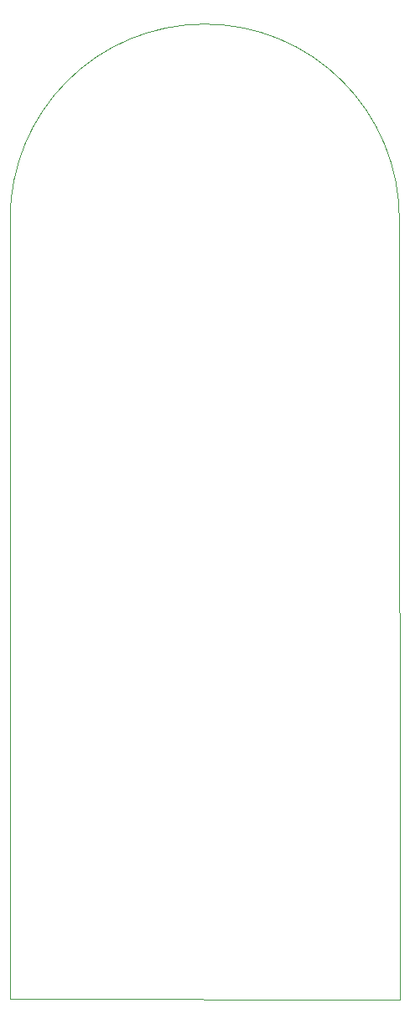
<source format=gko>
%TF.GenerationSoftware,KiCad,Pcbnew,8.0.1-rc1*%
%TF.CreationDate,2024-09-19T09:16:00-04:00*%
%TF.ProjectId,MOBO_V2,4d4f424f-5f56-4322-9e6b-696361645f70,rev?*%
%TF.SameCoordinates,Original*%
%TF.FileFunction,Profile,NP*%
%FSLAX46Y46*%
G04 Gerber Fmt 4.6, Leading zero omitted, Abs format (unit mm)*
G04 Created by KiCad (PCBNEW 8.0.1-rc1) date 2024-09-19 09:16:00*
%MOMM*%
%LPD*%
G01*
G04 APERTURE LIST*
%TA.AperFunction,Profile*%
%ADD10C,0.050000*%
%TD*%
G04 APERTURE END LIST*
D10*
X77410000Y-137205000D02*
X77420000Y-58440000D01*
X77410000Y-137205000D02*
X116770000Y-137250000D01*
X116770000Y-137250000D02*
X116730000Y-58450000D01*
X77420002Y-58440000D02*
G75*
G02*
X116729998Y-58450000I19654998J-5000D01*
G01*
M02*

</source>
